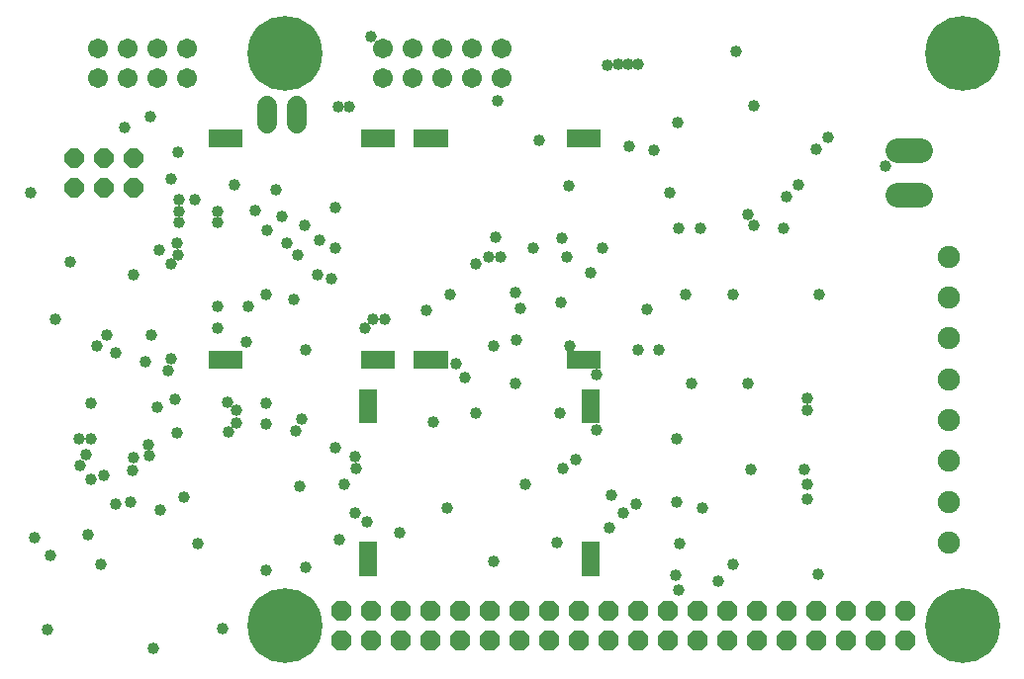
<source format=gbr>
G04 EAGLE Gerber RS-274X export*
G75*
%MOMM*%
%FSLAX34Y34*%
%LPD*%
%AMOC8*
5,1,8,0,0,1.08239X$1,22.5*%
G01*
%ADD10C,1.711200*%
%ADD11C,1.903200*%
%ADD12C,2.108200*%
%ADD13C,6.403200*%
%ADD14P,1.869504X8X202.500000*%
%ADD15R,1.511200X1.511200*%
%ADD16P,1.759533X8X22.500000*%
%ADD17C,1.727200*%
%ADD18C,1.009600*%


D10*
X421640Y530860D03*
X421640Y505460D03*
X396240Y530860D03*
X396240Y505460D03*
X370840Y530860D03*
X370840Y505460D03*
X345440Y530860D03*
X345440Y505460D03*
X320040Y530860D03*
X320040Y505460D03*
D11*
X803640Y107370D03*
X803640Y142370D03*
X803640Y177370D03*
X803640Y212370D03*
X803640Y247370D03*
X803640Y282370D03*
X803640Y317370D03*
X803640Y352370D03*
D12*
X779145Y405130D02*
X760095Y405130D01*
X760095Y443230D02*
X779145Y443230D01*
D10*
X152400Y530860D03*
X152400Y505460D03*
X127000Y530860D03*
X127000Y505460D03*
X101600Y530860D03*
X101600Y505460D03*
X76200Y530860D03*
X76200Y505460D03*
D13*
X815900Y526340D03*
X235900Y526340D03*
X235900Y36340D03*
X815900Y36340D03*
D14*
X767200Y49040D03*
X741800Y49040D03*
X716400Y49040D03*
X691000Y49040D03*
X665600Y49040D03*
X640200Y49040D03*
X767200Y23640D03*
X741800Y23640D03*
X716400Y23640D03*
X691000Y23640D03*
X665600Y23640D03*
X640200Y23640D03*
X614800Y49040D03*
X614800Y23640D03*
X589400Y49040D03*
X564000Y49040D03*
X538600Y49040D03*
X513200Y49040D03*
X487800Y49040D03*
X462400Y49040D03*
X589400Y23640D03*
X564000Y23640D03*
X538600Y23640D03*
X513200Y23640D03*
X487800Y23640D03*
X462400Y23640D03*
X437000Y49040D03*
X437000Y23640D03*
X411600Y49040D03*
X386200Y49040D03*
X360800Y49040D03*
X335400Y49040D03*
X310000Y49040D03*
X284600Y49040D03*
X411600Y23640D03*
X386200Y23640D03*
X360800Y23640D03*
X335400Y23640D03*
X310000Y23640D03*
X284600Y23640D03*
D15*
X322720Y263760D03*
X308720Y263760D03*
X178020Y263760D03*
X192020Y263760D03*
X178020Y453760D03*
X192020Y453760D03*
X322720Y453760D03*
X308720Y453760D03*
X498480Y263640D03*
X484480Y263640D03*
X353780Y263640D03*
X367780Y263640D03*
X353780Y453640D03*
X367780Y453640D03*
X498480Y453640D03*
X484480Y453640D03*
X307480Y86540D03*
X307480Y100540D03*
X307480Y231240D03*
X307480Y217240D03*
X497480Y231240D03*
X497480Y217240D03*
X497480Y86540D03*
X497480Y100540D03*
D16*
X55880Y411480D03*
X55880Y436880D03*
X81280Y411480D03*
X81280Y436880D03*
X106680Y411480D03*
X106680Y436880D03*
D17*
X220980Y466090D02*
X220980Y481330D01*
X246380Y481330D02*
X246380Y466090D01*
D18*
X32338Y33020D03*
X182340Y33560D03*
X193040Y414020D03*
X619760Y320040D03*
X579120Y320040D03*
X619760Y88900D03*
X622300Y528320D03*
X693420Y320040D03*
X143256Y201168D03*
X35052Y96012D03*
X138684Y265176D03*
X497840Y338582D03*
X571754Y467106D03*
X551688Y443738D03*
X453644Y452120D03*
X377190Y320040D03*
X471932Y313182D03*
X433832Y280924D03*
X570992Y196342D03*
X469138Y107696D03*
X414782Y91440D03*
X334010Y116078D03*
X254000Y272288D03*
X91186Y270002D03*
X18034Y407162D03*
X123444Y16510D03*
X692150Y80010D03*
X520954Y516890D03*
X512318Y516636D03*
X529590Y516890D03*
X538480Y517144D03*
X565150Y406908D03*
X448564Y359664D03*
X472694Y368046D03*
X265938Y366776D03*
X138176Y419100D03*
X98552Y462534D03*
X116586Y262382D03*
X254000Y86360D03*
X219710Y83820D03*
X749808Y429768D03*
X228600Y409956D03*
X210312Y391668D03*
X51816Y347472D03*
X662940Y376428D03*
X637032Y379476D03*
X39624Y298704D03*
X70104Y196596D03*
X70104Y161544D03*
X149352Y146304D03*
X103632Y141732D03*
X135636Y254508D03*
X78740Y88900D03*
X67310Y114300D03*
X546100Y307340D03*
X574040Y106680D03*
X287020Y157480D03*
X680720Y170180D03*
X441960Y157480D03*
X635000Y170180D03*
X417576Y486156D03*
X416052Y368808D03*
X80772Y164592D03*
X120396Y472440D03*
X306324Y124968D03*
X248412Y155448D03*
X65532Y182880D03*
X74676Y275844D03*
X83820Y284988D03*
X513588Y120396D03*
X525780Y132588D03*
X144780Y441960D03*
X60960Y173736D03*
X91440Y140208D03*
X569976Y79248D03*
X536448Y140208D03*
X432816Y243840D03*
X390144Y248412D03*
X275844Y333756D03*
X202692Y278892D03*
X70104Y227076D03*
X606552Y74676D03*
X632460Y388620D03*
X233172Y387096D03*
X220980Y374904D03*
X59436Y196596D03*
X161036Y106426D03*
X295656Y132588D03*
X362712Y210312D03*
X409956Y352044D03*
X478536Y413004D03*
X637032Y481584D03*
X374904Y137160D03*
X502920Y204216D03*
X556260Y272796D03*
X282836Y110109D03*
X632460Y243840D03*
X437388Y307848D03*
X304800Y291084D03*
X128016Y358140D03*
X106680Y336804D03*
X106680Y179832D03*
X573024Y67056D03*
X129540Y135636D03*
X219456Y227076D03*
X219456Y320040D03*
X278892Y394716D03*
X530352Y446532D03*
X297180Y170688D03*
X473964Y170688D03*
X278892Y188976D03*
X484632Y178308D03*
X295656Y181356D03*
X515112Y147828D03*
X245364Y202692D03*
X414528Y275844D03*
X219456Y208788D03*
X321564Y298704D03*
X249936Y213360D03*
X420624Y352044D03*
X477012Y352044D03*
X591312Y376428D03*
X278892Y359664D03*
X573024Y376428D03*
X138684Y345948D03*
X399288Y345948D03*
X432816Y321564D03*
X537972Y272796D03*
X144780Y353568D03*
X246888Y353568D03*
X263652Y336804D03*
X382524Y260604D03*
X502920Y251460D03*
X583692Y243840D03*
X121920Y284988D03*
X178308Y291084D03*
X178308Y309372D03*
X204216Y309372D03*
X243840Y315468D03*
X310896Y298704D03*
X356616Y306324D03*
X399288Y217932D03*
X470916Y217932D03*
X592836Y137160D03*
X143256Y364236D03*
X237744Y364236D03*
X252984Y379476D03*
X507492Y359664D03*
X480060Y275844D03*
X571500Y141732D03*
X119380Y191198D03*
X187992Y202309D03*
X119844Y181610D03*
X194310Y209550D03*
X105156Y169164D03*
X194310Y220980D03*
X142087Y229870D03*
X186690Y227330D03*
X127000Y223520D03*
X690880Y444500D03*
X701040Y454660D03*
X665480Y403860D03*
X675640Y414020D03*
X683260Y220980D03*
X683260Y231140D03*
X683260Y144780D03*
X683260Y157480D03*
X290988Y480600D03*
X178530Y381572D03*
X145574Y381572D03*
X281400Y480600D03*
X178530Y391160D03*
X145574Y391160D03*
X309880Y541020D03*
X145574Y400748D03*
X159226Y400748D03*
X21336Y111252D03*
M02*

</source>
